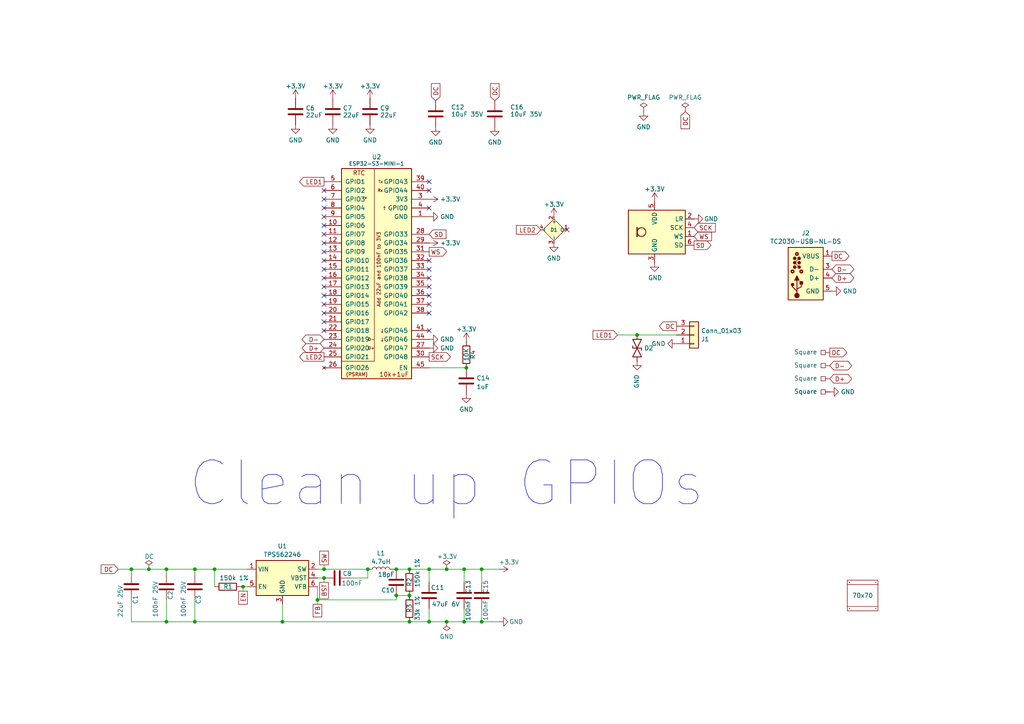
<source format=kicad_sch>
(kicad_sch (version 20250114) (generator "eeschema") (generator_version "9.0")
  (paper "A4")
  (title_block (title "LED driver") (date "${DATE}") (rev "1") (comment 1 "@TheRealRevK") (comment 2 "www.me.uk"))
  (lib_symbols
    (symbol "Connector_Generic:Conn_01x03" (pin_names (offset 1.016) (hide yes))
      (property "Reference" "J" (at 0 5.08 0))
      (property "Value" "Conn_01x03" (at 0 -5.08 0))
      (symbol "Conn_01x03_1_1"
        (rectangle (start -1.27 3.81) (end 1.27 -3.81) (stroke (width 0.254)) (fill (type background)))
        (rectangle (start -1.27 2.667) (end 0 2.413) (stroke (width 0.1524)))
        (rectangle (start -1.27 0.127) (end 0 -0.127) (stroke (width 0.1524)))
        (rectangle (start -1.27 -2.413) (end 0 -2.667) (stroke (width 0.1524)))
        (pin passive line (at -5.08 2.54 0) (length 3.81) (name "Pin_1") (number "1"))
        (pin passive line (at -5.08 0 0) (length 3.81) (name "Pin_2") (number "2"))
        (pin passive line (at -5.08 -2.54 0) (length 3.81) (name "Pin_3") (number "3"))
      )
    )
    (symbol "Device:C" (pin_numbers (hide yes)) (pin_names (offset 0.254))
      (property "Reference" "C" (at 0.635 2.54 0))
      (property "Value" "C" (at 0.635 -2.54 0))
      (symbol "C_0_1"
        (polyline (pts (xy -2.032 0.762) (xy 2.032 0.762)) (stroke (width 0.508)))
        (polyline (pts (xy -2.032 -0.762) (xy 2.032 -0.762)) (stroke (width 0.508)))
      )
      (symbol "C_1_1"
        (pin passive line (at 0 3.81 270) (length 2.794) (name "~") (number "1"))
        (pin passive line (at 0 -3.81 90) (length 2.794) (name "~") (number "2"))
      )
    )
    (symbol "Device:L" (pin_numbers (hide yes)) (pin_names (offset 1.016) (hide yes))
      (property "Reference" "L" (at -1.27 0 90))
      (property "Value" "L" (at 1.905 0 90))
      (symbol "L_0_1"
        (arc (start 0 2.54) (mid 0.6323 1.905) (end 0 1.27))
        (arc (start 0 1.27) (mid 0.6323 0.635) (end 0 0))
        (arc (start 0 0) (mid 0.6323 -0.635) (end 0 -1.27))
        (arc (start 0 -1.27) (mid 0.6323 -1.905) (end 0 -2.54))
      )
      (symbol "L_1_1"
        (pin passive line (at 0 3.81 270) (length 1.27) (name "1") (number "1"))
        (pin passive line (at 0 -3.81 90) (length 1.27) (name "2") (number "2"))
      )
    )
    (symbol "Device:R" (pin_numbers (hide yes)) (pin_names (offset 0))
      (property "Reference" "R" (at 2.032 0 90))
      (property "Value" "R" (at 0 0 90))
      (symbol "R_0_1"
        (rectangle (start -1.016 -2.54) (end 1.016 2.54) (stroke (width 0.254)))
      )
      (symbol "R_1_1"
        (pin passive line (at 0 3.81 270) (length 1.27) (name "~") (number "1"))
        (pin passive line (at 0 -3.81 90) (length 1.27) (name "~") (number "2"))
      )
    )
    (symbol "RevK:ES05D1MC10" (pin_numbers (hide yes))
      (property "Reference" "D" (at 0 2.54 0))
      (symbol "ES05D1MC10_0_1"
        (polyline (pts (xy -2.54 1.27) (xy -2.54 -1.27) (xy 0 0) (xy -2.54 1.27)) (stroke (width 0.254)))
        (polyline (pts (xy 2.54 -1.27) (xy 2.54 1.27) (xy 0 0) (xy 2.54 -1.27)) (stroke (width 0.254)))
      )
      (symbol "ES05D1MC10_1_1"
        (polyline (pts (xy 0.635 1.27) (xy 0 1.27) (xy 0 -1.27) (xy -0.635 -1.27)) (stroke (width 0.254)))
        (pin passive line (at -3.81 0 0) (length 1.27) (name "~") (number "2"))
        (pin passive line (at 3.81 0 180) (length 1.27) (name "~") (number "1"))
      )
    )
    (symbol "RevK:ESP32-S3-MINI-1-N4R2" (pin_names (offset 1.016))
      (property "Reference" "U" (at 9.525 28.575 0))
      (property "Value" "ESP32-S3-MINI-1-N4R2" (at 0 31.115 0))
      (symbol "ESP32-S3-MINI-1-N4R2_0_0"
        (rectangle (start -10.16 30.48) (end 10.16 -30.48) (stroke (width 0.254)) (fill (type background)))
      )
      (symbol "ESP32-S3-MINI-1-N4R2_1_1"
        (polyline (pts (xy -10.16 -25.4) (xy -0.635 -25.4)))
        (polyline (pts (xy -0.635 30.48) (xy -0.635 -25.4)))
        (text "(PSRAM)" (at -5.715 -29.21 0) (effects (font (size 1 1))))
        (text "RTC" (at -5.08 29.21 0) (effects (font (size 1.27 1.27))))
        (text "*" (at -3.175 21.59 0) (effects (font (size 1.27 1.27))))
        (text "D-" (at -2.54 -19.05 0) (effects (font (size 0.8 0.8)) (justify left)))
        (text "D+" (at -2.54 -21.59 0) (effects (font (size 0.8 0.8)) (justify left)))
        (text "Add 22uF and 100nF to 3V3" (at 0.635 1.27 900) (effects (font (size 1 1))))
        (text "Tx" (at 1.905 26.67 0) (effects (font (size 0.8 0.8)) (justify right)))
        (text "Rx" (at 1.905 24.13 0) (effects (font (size 0.8 0.8)) (justify right)))
        (text "↓" (at 2.54 -16.51 0) (effects (font (size 1.27 1.27)) (justify right)))
        (text "↓" (at 2.54 -19.05 0) (effects (font (size 1.27 1.27)) (justify right)))
        (text "↑" (at 3.175 19.05 0) (effects (font (size 1.27 1.27)) (justify right)))
        (text "10k+1uF" (at 5.08 -29.21 0) (effects (font (size 1.27 1.27))))
        (pin passive line (at -15.24 26.67 0) (length 5.08) (name "GPIO1") (number "5"))
        (pin passive line (at -15.24 24.13 0) (length 5.08) (name "GPIO2") (number "6"))
        (pin passive line (at -15.24 21.59 0) (length 5.08) (name "GPIO3") (number "7"))
        (pin passive line (at -15.24 19.05 0) (length 5.08) (name "GPIO4") (number "8"))
        (pin passive line (at -15.24 16.51 0) (length 5.08) (name "GPIO5") (number "9"))
        (pin passive line (at -15.24 13.97 0) (length 5.08) (name "GPIO6") (number "10"))
        (pin passive line (at -15.24 11.43 0) (length 5.08) (name "GPIO7") (number "11"))
        (pin passive line (at -15.24 8.89 0) (length 5.08) (name "GPIO8") (number "12"))
        (pin passive line (at -15.24 6.35 0) (length 5.08) (name "GPIO9") (number "13"))
        (pin passive line (at -15.24 3.81 0) (length 5.08) (name "GPIO10") (number "14"))
        (pin passive line (at -15.24 1.27 0) (length 5.08) (name "GPIO11") (number "15"))
        (pin passive line (at -15.24 -1.27 0) (length 5.08) (name "GPIO12") (number "16"))
        (pin passive line (at -15.24 -3.81 0) (length 5.08) (name "GPIO13") (number "17"))
        (pin passive line (at -15.24 -6.35 0) (length 5.08) (name "GPIO14") (number "18"))
        (pin passive line (at -15.24 -8.89 0) (length 5.08) (name "GPIO15") (number "19"))
        (pin passive line (at -15.24 -11.43 0) (length 5.08) (name "GPIO16") (number "20"))
        (pin passive line (at -15.24 -13.97 0) (length 5.08) (name "GPIO17") (number "21"))
        (pin passive line (at -15.24 -16.51 0) (length 5.08) (name "GPIO18") (number "22"))
        (pin passive line (at -15.24 -19.05 0) (length 5.08) (name "GPIO19") (number "23"))
        (pin passive line (at -15.24 -21.59 0) (length 5.08) (name "GPIO20") (number "24"))
        (pin passive line (at -15.24 -24.13 0) (length 5.08) (name "GPIO21") (number "25"))
        (pin no_connect line (at -15.24 -27.305 0) (length 5.08) (name "GPIO26") (number "26"))
        (pin passive line (at 15.24 26.67 180) (length 5.08) (name "GPIO43") (number "39"))
        (pin passive line (at 15.24 24.13 180) (length 5.08) (name "GPIO44") (number "40"))
        (pin power_in line (at 15.24 21.59 180) (length 5.08) (name "3V3") (number "3"))
        (pin passive line (at 15.24 19.05 180) (length 5.08) (name "GPIO0") (number "4"))
        (pin power_in line (at 15.24 16.51 180) (length 5.08) (name "GND") (number "1"))
        (pin power_in line (at 15.24 16.51 180) (length 5.08) (hide yes) (name "GND") (number "2"))
        (pin power_in line (at 15.24 16.51 180) (length 5.08) (hide yes) (name "GND") (number "42"))
        (pin power_in line (at 15.24 16.51 180) (length 5.08) (hide yes) (name "GND") (number "43"))
        (pin power_in line (at 15.24 16.51 180) (length 5.08) (hide yes) (name "GND") (number "46"))
        (pin power_in line (at 15.24 16.51 180) (length 5.08) (hide yes) (name "GND") (number "47"))
        (pin power_in line (at 15.24 16.51 180) (length 5.08) (hide yes) (name "GND") (number "48"))
        (pin power_in line (at 15.24 16.51 180) (length 5.08) (hide yes) (name "GND") (number "49"))
        (pin power_in line (at 15.24 16.51 180) (length 5.08) (hide yes) (name "GND") (number "50"))
        (pin power_in line (at 15.24 16.51 180) (length 5.08) (hide yes) (name "GND") (number "51"))
        (pin power_in line (at 15.24 16.51 180) (length 5.08) (hide yes) (name "GND") (number "52"))
        (pin power_in line (at 15.24 16.51 180) (length 5.08) (hide yes) (name "GND") (number "53"))
        (pin power_in line (at 15.24 16.51 180) (length 5.08) (hide yes) (name "GND") (number "54"))
        (pin power_in line (at 15.24 16.51 180) (length 5.08) (hide yes) (name "GND") (number "55"))
        (pin power_in line (at 15.24 16.51 180) (length 5.08) (hide yes) (name "GND") (number "56"))
        (pin power_in line (at 15.24 16.51 180) (length 5.08) (hide yes) (name "GND") (number "57"))
        (pin power_in line (at 15.24 16.51 180) (length 5.08) (hide yes) (name "GND") (number "58"))
        (pin power_in line (at 15.24 16.51 180) (length 5.08) (hide yes) (name "GND") (number "59"))
        (pin power_in line (at 15.24 16.51 180) (length 5.08) (hide yes) (name "GND") (number "60"))
        (pin power_in line (at 15.24 16.51 180) (length 5.08) (hide yes) (name "GND") (number "61"))
        (pin power_in line (at 15.24 16.51 180) (length 5.08) (hide yes) (name "GND") (number "62"))
        (pin power_in line (at 15.24 16.51 180) (length 5.08) (hide yes) (name "GND") (number "63"))
        (pin power_in line (at 15.24 16.51 180) (length 5.08) (hide yes) (name "GND") (number "64"))
        (pin power_in line (at 15.24 16.51 180) (length 5.08) (hide yes) (name "GND") (number "65"))
        (pin passive line (at 15.24 11.43 180) (length 5.08) (name "GPIO33") (number "28"))
        (pin passive line (at 15.24 8.89 180) (length 5.08) (name "GPIO34") (number "29"))
        (pin passive line (at 15.24 6.35 180) (length 5.08) (name "GPIO35") (number "31"))
        (pin passive line (at 15.24 3.81 180) (length 5.08) (name "GPIO36") (number "32"))
        (pin passive line (at 15.24 1.27 180) (length 5.08) (name "GPIO37") (number "33"))
        (pin passive line (at 15.24 -1.27 180) (length 5.08) (name "GPIO38") (number "34"))
        (pin passive line (at 15.24 -3.81 180) (length 5.08) (name "GPIO39") (number "35"))
        (pin passive line (at 15.24 -6.35 180) (length 5.08) (name "GPIO40") (number "36"))
        (pin passive line (at 15.24 -8.89 180) (length 5.08) (name "GPIO41") (number "37"))
        (pin passive line (at 15.24 -11.43 180) (length 5.08) (name "GPIO42") (number "38"))
        (pin passive line (at 15.24 -16.51 180) (length 5.08) (name "GPIO45") (number "41"))
        (pin passive line (at 15.24 -19.05 180) (length 5.08) (name "GPIO46") (number "44"))
        (pin passive line (at 15.24 -21.59 180) (length 5.08) (name "GPIO47") (number "27"))
        (pin passive line (at 15.24 -24.13 180) (length 5.08) (name "GPIO48") (number "30"))
        (pin input line (at 15.24 -27.305 180) (length 5.08) (name "EN") (number "45"))
      )
    )
    (symbol "RevK:ICS43434_MEMS_Mic"
      (symbol "ICS43434_MEMS_Mic_1_1"
        (rectangle (start -7.62 6.35) (end 8.89 -6.35) (stroke (width 0.254)) (fill (type background)))
        (polyline (pts (xy -5.08 1.27) (xy -5.08 -1.27)) (stroke (width 0.381)))
        (circle (center -3.81 0) (radius 1.27) (stroke (width 0.254)))
        (pin power_in line (at 0 8.89 270) (length 2.54) (name "VDD") (number "5"))
        (pin power_in line (at 0 -8.89 90) (length 2.54) (name "GND") (number "3"))
        (pin input line (at 11.43 3.81 180) (length 2.54) (name "LR") (number "2"))
        (pin input line (at 11.43 1.27 180) (length 2.54) (name "SCK") (number "4"))
        (pin input line (at 11.43 -1.27 180) (length 2.54) (name "WS") (number "1"))
        (pin output line (at 11.43 -3.81 180) (length 2.54) (name "SD") (number "6"))
      )
    )
    (symbol "RevK:PCB" (in_bom no)
      (property "Value" "XxY" (at 0 0 0))
      (symbol "PCB_0_1"
        (rectangle (start -4.445 4.445) (end 4.445 -4.445))
        (circle (center -3.81 3.81) (radius 0.0001))
        (circle (center -3.81 -3.81) (radius 0.0001))
        (circle (center 3.81 3.81) (radius 0.0001))
        (circle (center 3.81 -3.81) (radius 0.0001))
      )
    )
    (symbol "RevK:SquareSMD" (in_bom no)
      (property "Value" "Square" (at 2.54 0 0))
      (symbol "SquareSMD_0_1"
        (rectangle (start 1.27 0.635) (end 2.54 -0.635) (stroke (width 0.1524)))
      )
      (symbol "SquareSMD_1_1"
        (pin passive line (at 0 0 0) (length 1.27) (name "P") (number "1"))
      )
    )
    (symbol "RevK:TC2030-USB-NL" (pin_names (offset 1.016)) (in_bom no)
      (property "Reference" "J" (at 0 10.922 0))
      (property "Value" "TC2030-USB-NL" (at 0 8.89 0))
      (symbol "TC2030-USB-NL_0_1"
        (rectangle (start -5.08 7.62) (end 5.08 -7.62) (stroke (width 0.254)) (fill (type background)))
        (circle (center -3.81 -3.175) (radius 0.381) (stroke (width 0.254)) (fill (type outline)))
        (circle (center -3.175 4.445) (radius 0.381) (stroke (width 0.254)) (fill (type outline)))
        (circle (center -3.175 3.175) (radius 0.381) (stroke (width 0.254)) (fill (type outline)))
        (circle (center -3.175 1.905) (radius 0.381) (stroke (width 0.254)) (fill (type outline)))
        (polyline (pts (xy -3.175 -1.905) (xy -1.905 -1.905) (xy -2.54 -0.635) (xy -3.175 -1.905)) (stroke (width 0.254)) (fill (type outline)))
        (polyline (pts (xy -2.54 -5.08) (xy -2.54 -4.445) (xy -1.27 -3.81) (xy -1.27 -2.54)) (stroke (width 0.254)))
        (polyline (pts (xy -2.54 -5.715) (xy -2.54 -5.08) (xy -3.81 -3.81) (xy -3.81 -3.175)) (stroke (width 0.254)))
        (circle (center -2.54 -6.35) (radius 0.635) (stroke (width 0.254)) (fill (type outline)))
        (circle (center -1.905 4.445) (radius 0.381) (stroke (width 0.254)) (fill (type outline)))
        (polyline (pts (xy -1.905 4.445) (xy -3.175 3.175) (xy -1.905 1.905)))
        (circle (center -1.905 3.175) (radius 0.381) (stroke (width 0.254)) (fill (type outline)))
        (circle (center -1.905 1.905) (radius 0.381) (stroke (width 0.254)) (fill (type outline)))
        (rectangle (start -1.651 -2.286) (end -0.889 -3.048) (stroke (width 0.254)) (fill (type outline)))
      )
      (symbol "TC2030-USB-NL_1_1"
        (circle (center -3.81 0.635) (radius 0.381) (stroke (width 0.4)))
        (circle (center -2.54 5.715) (radius 0.381) (stroke (width 0.4)))
        (polyline (pts (xy -2.54 -4.445) (xy -2.54 -1.905)) (stroke (width 0.254)))
        (circle (center -1.27 0.635) (radius 0.381) (stroke (width 0.4)))
        (pin passive line (at 7.62 5.08 180) (length 2.54) (name "VBUS") (number "1"))
        (pin passive line (at 7.62 1.27 180) (length 2.54) (hide yes) (name "NC") (number "2"))
        (pin bidirectional line (at 7.62 1.27 180) (length 2.54) (name "D-") (number "3"))
        (pin passive line (at 7.62 1.27 180) (length 2.54) (hide yes) (name "NC") (number "6"))
        (pin bidirectional line (at 7.62 -1.27 180) (length 2.54) (name "D+") (number "4"))
        (pin passive line (at 7.62 -5.08 180) (length 2.54) (name "GND") (number "5"))
      )
    )
    (symbol "RevK:TPS562246"
      (property "Reference" "U" (at -7.62 6.35 0))
      (property "Value" "TPS562246" (at -2.54 6.35 0))
      (symbol "TPS562246_0_1"
        (rectangle (start -7.62 5.08) (end 7.62 -5.08) (stroke (width 0.254)) (fill (type background)))
      )
      (symbol "TPS562246_1_1"
        (pin power_in line (at -10.16 2.54 0) (length 2.54) (name "VIN") (number "1"))
        (pin input line (at -10.16 -2.54 0) (length 2.54) (name "EN") (number "5"))
        (pin power_in line (at 0 -7.62 90) (length 2.54) (name "GND") (number "3"))
        (pin output line (at 10.16 2.54 180) (length 2.54) (name "SW") (number "2"))
        (pin passive line (at 10.16 0 180) (length 2.54) (name "VBST") (number "4"))
        (pin input line (at 10.16 -2.54 180) (length 2.54) (name "VFB") (number "6"))
      )
    )
    (symbol "RevK:VCUT" (in_bom no)
      (symbol "VCUT_0_1"
        (polyline (pts (xy -4.445 0) (xy 4.445 0)))
      )
    )
    (symbol "RevK:WS2812B-1mm" (pin_names (offset 0.254))
      (property "Reference" "D" (at 0 0 0))
      (symbol "WS2812B-1mm_1_1"
        (polyline (pts (xy 0 3.175) (xy 3.175 0) (xy 0 -3.175) (xy -3.175 0) (xy 0 3.175)) (fill (type background)))
        (pin input line (at -3.81 0 0) (length 0.5) (name "I") (number "4"))
        (pin power_in line (at 0 3.81 270) (length 0.5) (name "-") (number "3"))
        (pin power_in line (at 0 -3.81 90) (length 0.5) (name "+") (number "2"))
        (pin output line (at 3.81 0 180) (length 0.5) (name "O") (number "1"))
      )
    )
    (symbol "power:+3.3V" (power) (pin_numbers (hide yes)) (pin_names (offset 0) (hide yes))
      (property "Value" "+3.3V" (at 0 3.556 0))
      (symbol "+3.3V_0_1"
        (polyline (pts (xy -0.762 1.27) (xy 0 2.54)))
        (polyline (pts (xy 0 2.54) (xy 0.762 1.27)))
        (polyline (pts (xy 0 0) (xy 0 2.54)))
      )
      (symbol "+3.3V_1_1"
        (pin power_in line (at 0 0 90) (length 0) (name "~") (number "1"))
      )
    )
    (symbol "power:GND" (power) (pin_numbers (hide yes)) (pin_names (offset 0) (hide yes))
      (property "Value" "GND" (at 0 -3.81 0))
      (symbol "GND_0_1"
        (polyline (pts (xy 0 0) (xy 0 -1.27) (xy 1.27 -1.27) (xy 0 -2.54) (xy -1.27 -1.27) (xy 0 -1.27)))
      )
      (symbol "GND_1_1"
        (pin power_in line (at 0 0 270) (length 0) (name "~") (number "1"))
      )
    )
    (symbol "power:PWR_FLAG" (power) (pin_numbers (hide yes)) (pin_names (offset 0) (hide yes))
      (property "Value" "PWR_FLAG" (at 0 3.81 0))
      (symbol "PWR_FLAG_0_0"
        (pin power_out line (at 0 0 90) (length 0) (name "~") (number "1"))
      )
      (symbol "PWR_FLAG_0_1"
        (polyline (pts (xy 0 0) (xy 0 1.27) (xy -1.016 1.905) (xy 0 2.54) (xy 1.016 1.905) (xy 0 1.27)))
      )
    )
  )
  (text "Clean up GPIOs" (at 129.54 140.462 0) (effects (font (size 12.7 12.7))))
  (junction (at 134.62 180.34))
  (junction (at 38.1 165.1))
  (junction (at 56.515 180.34))
  (junction (at 70.485 170.18))
  (junction (at 81.915 180.34))
  (junction (at 106.68 165.1))
  (junction (at 43.18 165.1))
  (junction (at 93.98 165.1))
  (junction (at 124.46 180.34))
  (junction (at 124.46 165.1))
  (junction (at 139.7 165.1))
  (junction (at 139.7 180.34))
  (junction (at 129.54 165.1))
  (junction (at 134.62 165.1))
  (junction (at 48.26 180.34))
  (junction (at 118.745 165.1))
  (junction (at 114.935 172.72))
  (junction (at 93.98 167.64))
  (junction (at 62.23 165.1))
  (junction (at 114.935 165.1))
  (junction (at 184.785 97.155))
  (junction (at 118.745 172.72))
  (junction (at 48.26 165.1))
  (junction (at 135.255 106.68))
  (junction (at 129.54 180.34))
  (junction (at 92.075 173.99))
  (junction (at 118.745 180.34))
  (junction (at 56.515 165.1))
  (no_connect (at 93.98 73.025))
  (no_connect (at 124.46 52.705))
  (no_connect (at 93.98 80.645))
  (no_connect (at 93.98 65.405))
  (no_connect (at 124.46 75.565))
  (no_connect (at 93.98 95.885))
  (no_connect (at 93.98 60.325))
  (no_connect (at 93.98 57.785))
  (no_connect (at 124.46 90.805))
  (no_connect (at 93.98 88.265))
  (no_connect (at 124.46 83.185))
  (no_connect (at 93.98 55.245))
  (no_connect (at 124.46 95.885))
  (no_connect (at 124.46 85.725))
  (no_connect (at 124.46 88.265))
  (no_connect (at 93.98 83.185))
  (no_connect (at 93.98 85.725))
  (no_connect (at 164.465 66.675))
  (no_connect (at 124.46 78.105))
  (no_connect (at 124.46 80.645))
  (no_connect (at 93.98 75.565))
  (no_connect (at 93.98 67.945))
  (no_connect (at 93.98 93.345))
  (no_connect (at 93.98 78.105))
  (no_connect (at 93.98 70.485))
  (no_connect (at 124.46 60.325))
  (no_connect (at 124.46 55.245))
  (no_connect (at 93.98 62.865))
  (no_connect (at 93.98 90.805))
  (wire (pts (xy 93.98 163.83) (xy 93.98 165.1)))
  (wire (pts (xy 92.075 173.99) (xy 92.075 175.26)))
  (wire (pts (xy 48.26 180.34) (xy 38.1 180.34)))
  (wire (pts (xy 114.3 165.1) (xy 114.935 165.1)))
  (wire (pts (xy 139.7 176.53) (xy 139.7 180.34)))
  (wire (pts (xy 81.915 180.34) (xy 118.745 180.34)))
  (wire (pts (xy 106.68 167.64) (xy 101.6 167.64)))
  (wire (pts (xy 92.075 170.18) (xy 92.075 173.99)))
  (wire (pts (xy 38.1 180.34) (xy 38.1 173.99)))
  (wire (pts (xy 62.23 165.1) (xy 71.755 165.1)))
  (wire (pts (xy 124.46 106.68) (xy 135.255 106.68)))
  (wire (pts (xy 70.485 170.18) (xy 71.755 170.18)))
  (wire (pts (xy 69.85 170.18) (xy 70.485 170.18)))
  (wire (pts (xy 134.62 180.34) (xy 129.54 180.34)))
  (wire (pts (xy 93.98 165.1) (xy 106.68 165.1)))
  (wire (pts (xy 70.485 171.45) (xy 70.485 170.18)))
  (wire (pts (xy 139.7 180.34) (xy 144.78 180.34)))
  (wire (pts (xy 92.075 165.1) (xy 93.98 165.1)))
  (wire (pts (xy 124.46 165.1) (xy 129.54 165.1)))
  (wire (pts (xy 118.745 165.1) (xy 124.46 165.1)))
  (wire (pts (xy 92.075 173.99) (xy 114.935 173.99)))
  (wire (pts (xy 139.7 180.34) (xy 134.62 180.34)))
  (wire (pts (xy 129.54 165.1) (xy 134.62 165.1)))
  (wire (pts (xy 34.29 165.1) (xy 38.1 165.1)))
  (wire (pts (xy 38.1 165.1) (xy 43.18 165.1)))
  (wire (pts (xy 184.785 97.155) (xy 196.215 97.155)))
  (wire (pts (xy 114.935 165.1) (xy 118.745 165.1)))
  (wire (pts (xy 38.1 165.1) (xy 38.1 166.37)))
  (wire (pts (xy 48.26 165.1) (xy 56.515 165.1)))
  (wire (pts (xy 114.935 172.72) (xy 118.745 172.72)))
  (wire (pts (xy 56.515 173.99) (xy 56.515 180.34)))
  (wire (pts (xy 81.915 180.34) (xy 81.915 175.26)))
  (wire (pts (xy 129.54 180.34) (xy 124.46 180.34)))
  (wire (pts (xy 179.07 97.155) (xy 184.785 97.155)))
  (wire (pts (xy 134.62 165.1) (xy 134.62 168.91)))
  (wire (pts (xy 48.26 173.99) (xy 48.26 180.34)))
  (wire (pts (xy 93.98 167.64) (xy 93.98 168.91)))
  (wire (pts (xy 139.7 165.1) (xy 139.7 168.91)))
  (wire (pts (xy 134.62 176.53) (xy 134.62 180.34)))
  (wire (pts (xy 114.935 173.99) (xy 114.935 172.72)))
  (wire (pts (xy 139.7 165.1) (xy 144.78 165.1)))
  (wire (pts (xy 124.46 180.34) (xy 124.46 176.53)))
  (wire (pts (xy 56.515 180.34) (xy 48.26 180.34)))
  (wire (pts (xy 43.18 165.1) (xy 48.26 165.1)))
  (wire (pts (xy 118.745 180.34) (xy 124.46 180.34)))
  (wire (pts (xy 56.515 165.1) (xy 62.23 165.1)))
  (wire (pts (xy 92.075 167.64) (xy 93.98 167.64)))
  (wire (pts (xy 134.62 165.1) (xy 139.7 165.1)))
  (wire (pts (xy 124.46 165.1) (xy 124.46 168.91)))
  (wire (pts (xy 106.68 165.1) (xy 106.68 167.64)))
  (wire (pts (xy 48.26 165.1) (xy 48.26 166.37)))
  (wire (pts (xy 81.915 180.34) (xy 56.515 180.34)))
  (wire (pts (xy 62.23 165.1) (xy 62.23 170.18)))
  (wire (pts (xy 56.515 165.1) (xy 56.515 166.37)))
  (global_label "D+" (shape bidirectional) (at 240.665 109.855 0) (property "Intersheetrefs" "${INTERSHEET_REFS}" (effects (hide yes))))
  (global_label "EN" (shape passive) (at 70.485 171.45 270) (property "Intersheetrefs" "${INTERSHEET_REFS}" (effects (hide yes))))
  (global_label "BST" (shape passive) (at 93.98 168.91 270) (property "Intersheetrefs" "${INTERSHEET_REFS}" (effects (hide yes))))
  (global_label "D-" (shape bidirectional) (at 240.665 106.045 0) (property "Intersheetrefs" "${INTERSHEET_REFS}" (effects (hide yes))))
  (global_label "WS" (shape output) (at 124.46 73.025 0) (property "Intersheetrefs" "${INTERSHEET_REFS}" (effects (hide yes))))
  (global_label "D+" (shape bidirectional) (at 241.3 80.645 0) (property "Intersheetrefs" "${INTERSHEET_REFS}" (effects (hide yes))))
  (global_label "SW" (shape passive) (at 93.98 163.83 90) (property "Intersheetrefs" "${INTERSHEET_REFS}" (effects (hide yes))))
  (global_label "DC" (shape output) (at 241.3 74.295 0) (property "Intersheetrefs" "${INTERSHEET_REFS}" (effects (hide yes))))
  (global_label "SD" (shape output) (at 201.295 71.12 0) (property "Intersheetrefs" "${INTERSHEET_REFS}" (effects (hide yes))))
  (global_label "D+" (shape bidirectional) (at 93.98 100.965 180) (property "Intersheetrefs" "${INTERSHEET_REFS}" (effects (hide yes))))
  (global_label "DC" (shape input) (at 126.365 29.21 90) (property "Intersheetrefs" "${INTERSHEET_REFS}" (effects (hide yes))))
  (global_label "DC" (shape input) (at 34.29 165.1 180) (property "Intersheetrefs" "${INTERSHEET_REFS}" (effects (hide yes))))
  (global_label "SD" (shape input) (at 124.46 67.945 0) (property "Intersheetrefs" "${INTERSHEET_REFS}" (effects (hide yes))))
  (global_label "DC" (shape input) (at 143.51 29.21 90) (property "Intersheetrefs" "${INTERSHEET_REFS}" (effects (hide yes))))
  (global_label "LED1" (shape output) (at 93.98 52.705 180) (property "Intersheetrefs" "${INTERSHEET_REFS}" (effects (hide yes))))
  (global_label "DC" (shape output) (at 240.665 102.235 0) (property "Intersheetrefs" "${INTERSHEET_REFS}" (effects (hide yes))))
  (global_label "DC" (shape output) (at 196.215 94.615 180) (property "Intersheetrefs" "${INTERSHEET_REFS}" (effects (hide yes))))
  (global_label "SCK" (shape input) (at 201.295 66.04 0) (property "Intersheetrefs" "${INTERSHEET_REFS}" (effects (hide yes))))
  (global_label "D-" (shape bidirectional) (at 93.98 98.425 180) (property "Intersheetrefs" "${INTERSHEET_REFS}" (effects (hide yes))))
  (global_label "DC" (shape input) (at 198.755 32.385 270) (property "Intersheetrefs" "${INTERSHEET_REFS}" (effects (hide yes))))
  (global_label "FB" (shape passive) (at 92.075 175.26 270) (property "Intersheetrefs" "${INTERSHEET_REFS}" (effects (hide yes))))
  (global_label "WS" (shape input) (at 201.295 68.58 0) (property "Intersheetrefs" "${INTERSHEET_REFS}" (effects (hide yes))))
  (global_label "D-" (shape bidirectional) (at 241.3 78.105 0) (property "Intersheetrefs" "${INTERSHEET_REFS}" (effects (hide yes))))
  (global_label "LED2" (shape input) (at 156.845 66.675 180) (property "Intersheetrefs" "${INTERSHEET_REFS}" (effects (hide yes))))
  (global_label "LED2" (shape output) (at 93.98 103.505 180) (property "Intersheetrefs" "${INTERSHEET_REFS}" (effects (hide yes))))
  (global_label "SCK" (shape output) (at 124.46 103.505 0) (property "Intersheetrefs" "${INTERSHEET_REFS}" (effects (hide yes))))
  (global_label "LED1" (shape input) (at 179.07 97.155 180) (property "Intersheetrefs" "${INTERSHEET_REFS}" (effects (hide yes))))
  (symbol (lib_id "power:+3.3V") (at 96.52 28.575 0) (unit 1)
    (property "Reference" "#PWR07" (effects (hide yes)))
    (property "Value" "+3.3V" (at 96.52 24.9992 0))
    (property "Description" "Power symbol creates a global label with name \"+3.3V\"" (effects (hide yes)))
  )
  (symbol (lib_id "power:GND") (at 96.52 36.195 0) (unit 1)
    (property "Reference" "#PWR08" (effects (hide yes)))
    (property "Value" "GND" (at 96.52 40.6384 0))
    (property "Description" "Power symbol creates a global label with name \"GND\" , ground" (effects (hide yes)))
  )
  (symbol (lib_id "power:GND") (at 124.46 98.425 90) (unit 1)
    (property "Reference" "#PWR014" (effects (hide yes)))
    (property "Value" "GND" (at 127.635 98.425 90) (effects (justify right)))
    (property "Description" "Power symbol creates a global label with name \"GND\" , ground" (effects (hide yes)))
  )
  (symbol (lib_id "RevK:TPS562246") (at 81.915 167.64 0) (unit 1)
    (property "Reference" "U1" (at 81.915 158.4155 0))
    (property "Value" "TPS562246" (at 81.915 160.8398 0))
    (property "Footprint" "RevK:SOT-563" (effects (hide yes)))
    (property "Datasheet" "https://www.ti.com/lit/ds/symlink/tps562246.pdf" (effects (hide yes)))
    (property "Description" "2A Synchronous Step-Down Voltage Regulator 580kHz, adjustable output voltage, 4.5-17V Input Voltage, 0.804V-7V Output Voltage, SOT-563" (effects (hide yes)))
    (property "MPN" "C41833479" (effects (hide yes)))
    (property "Rotation Offset" "180" (effects (hide yes)))
  )
  (symbol (lib_id "RevK:SquareSMD") (at 240.665 102.235 180) (unit 1) (in_bom no)
    (property "Reference" "P1" (effects (hide yes)))
    (property "Value" "Square" (at 233.68 102.108 0))
    (property "Footprint" "RevK:PAD-2mm" (effects (hide yes)))
  )
  (symbol (lib_id "power:PWR_FLAG") (at 43.18 165.1 0) (unit 1)
    (property "Reference" "#FLG01" (effects (hide yes)))
    (property "Value" "DC" (at 43.307 161.417 0))
    (property "Description" "Special symbol for telling ERC where power comes from" (effects (hide yes)))
  )
  (symbol (lib_id "Device:R") (at 118.745 168.91 0) (unit 1)
    (property "Reference" "R2" (at 118.745 170.18 90) (effects (justify left)))
    (property "Value" "150k 1%" (at 121.031 170.434 90) (effects (justify left)))
    (property "Footprint" "RevK:R_0201" (effects (hide yes)))
    (property "Description" "Resistor" (effects (hide yes)))
    (property "MPN" "C310173" (effects (hide yes)))
  )
  (symbol (lib_id "Device:C") (at 96.52 32.385 0) (unit 1)
    (property "Reference" "C7" (at 99.441 31.361 0) (effects (justify left)))
    (property "Value" "22uF" (at 99.441 33.409 0) (effects (justify left)))
    (property "Footprint" "RevK:C_0402" (effects (hide yes)))
    (property "Description" "Unpolarized capacitor" (effects (hide yes)))
  )
  (symbol (lib_id "power:GND") (at 186.69 32.385 0) (unit 1)
    (property "Reference" "#PWR025" (effects (hide yes)))
    (property "Value" "GND" (at 186.69 36.8284 0))
    (property "Description" "Power symbol creates a global label with name \"GND\" , ground" (effects (hide yes)))
  )
  (symbol (lib_id "power:GND") (at 107.315 36.195 0) (unit 1)
    (property "Reference" "#PWR010" (effects (hide yes)))
    (property "Value" "GND" (at 107.315 40.6384 0))
    (property "Description" "Power symbol creates a global label with name \"GND\" , ground" (effects (hide yes)))
  )
  (symbol (lib_id "power:GND") (at 240.665 113.665 90) (unit 1)
    (property "Reference" "#PWR030" (effects (hide yes)))
    (property "Value" "GND" (at 243.84 113.665 90) (effects (justify right)))
    (property "Description" "Power symbol creates a global label with name \"GND\" , ground" (effects (hide yes)))
  )
  (symbol (lib_id "power:+3.3V") (at 135.255 99.06 0) (unit 1)
    (property "Reference" "#PWR017" (effects (hide yes)))
    (property "Value" "+3.3V" (at 135.255 95.4842 0))
    (property "Description" "Power symbol creates a global label with name \"+3.3V\"" (effects (hide yes)))
  )
  (symbol (lib_id "RevK:WS2812B-1mm") (at 160.655 66.675 0) (mirror x) (unit 1)
    (property "Reference" "D1" (at 160.655 66.675 0) (effects (font (size 1 1))))
    (property "Value" "XL-1010RGBC-WS2812B" (effects (hide yes)))
    (property "Footprint" "RevK:SMD1010" (effects (hide yes)))
    (property "Datasheet" "https://datasheet.lcsc.com/lcsc/2301111010_XINGLIGHT-XL-1010RGBC-WS2812B_C5349953.pdf" (effects (hide yes)))
    (property "Description" "RGB LED with integrated controller" (effects (hide yes)))
    (property "MPN" "C5349953" (effects (hide yes)))
  )
  (symbol (lib_id "Device:C") (at 85.725 32.385 0) (unit 1)
    (property "Reference" "C6" (at 88.646 31.361 0) (effects (justify left)))
    (property "Value" "22uF" (at 88.646 33.409 0) (effects (justify left)))
    (property "Footprint" "RevK:C_0402" (effects (hide yes)))
    (property "Description" "Unpolarized capacitor" (effects (hide yes)))
  )
  (symbol (lib_id "Device:C") (at 107.315 32.385 0) (unit 1)
    (property "Reference" "C9" (at 110.236 31.361 0) (effects (justify left)))
    (property "Value" "22uF" (at 110.236 33.409 0) (effects (justify left)))
    (property "Footprint" "RevK:C_0402" (effects (hide yes)))
    (property "Description" "Unpolarized capacitor" (effects (hide yes)))
  )
  (symbol (lib_id "Device:C") (at 56.515 170.18 0) (unit 1)
    (property "Reference" "C3" (at 57.531 175.26 90) (effects (justify left)))
    (property "Value" "100nF 25V" (at 53.213 179.07 90) (effects (justify left)))
    (property "Footprint" "RevK:C_0402" (effects (hide yes)))
    (property "Description" "Unpolarized capacitor" (effects (hide yes)))
    (property "MPN" "C56392" (effects (hide yes)))
  )
  (symbol (lib_id "Device:R") (at 66.04 170.18 270) (unit 1)
    (property "Reference" "R1" (at 64.77 170.18 90) (effects (justify left)))
    (property "Value" "150k 1%" (at 63.627 167.64 90) (effects (justify left)))
    (property "Footprint" "RevK:R_0201" (effects (hide yes)))
    (property "Description" "Resistor" (effects (hide yes)))
    (property "MPN" "C310173" (effects (hide yes)))
  )
  (symbol (lib_id "power:GND") (at 196.215 99.695 270) (unit 1)
    (property "Reference" "#PWR028" (effects (hide yes)))
    (property "Value" "GND" (at 193.0401 99.695 90) (effects (justify right)))
    (property "Description" "Power symbol creates a global label with name \"GND\" , ground" (effects (hide yes)))
  )
  (symbol (lib_id "Device:C") (at 134.62 172.72 180) (unit 1)
    (property "Reference" "C13" (at 135.763 170.18 90))
    (property "Value" "100nF" (at 135.763 177.038 90))
    (property "Footprint" "RevK:C_0201" (effects (hide yes)))
    (property "Description" "Unpolarized capacitor" (effects (hide yes)))
    (property "MPN" "C76934" (effects (hide yes)))
  )
  (symbol (lib_id "RevK:VCUT") (at 250.19 175.895 0) (unit 1) (exclude_from_sim yes) (in_bom no)
    (property "Reference" "V2" (effects (hide yes)))
    (property "Value" "70" (effects (hide yes)))
    (property "Footprint" "RevK:VCUT70N" (effects (hide yes)))
  )
  (symbol (lib_id "Device:C") (at 48.26 170.18 0) (unit 1)
    (property "Reference" "C2" (at 49.403 173.99 90) (effects (justify left)))
    (property "Value" "100nF 25V" (at 45.085 179.07 90) (effects (justify left)))
    (property "Footprint" "RevK:C_0402" (effects (hide yes)))
    (property "Description" "Unpolarized capacitor" (effects (hide yes)))
    (property "MPN" "C56392" (effects (hide yes)))
  )
  (symbol (lib_id "Device:C") (at 126.365 33.02 0) (unit 1)
    (property "Reference" "C12" (at 130.81 31.099 0) (effects (justify left)))
    (property "Value" "10uF 35V" (at 130.81 33.147 0) (effects (justify left)))
    (property "Footprint" "RevK:C_0603" (effects (hide yes)))
    (property "Description" "Unpolarized capacitor" (effects (hide yes)))
    (property "MPN" "C194427" (effects (hide yes)))
  )
  (symbol (lib_id "power:+3.3V") (at 85.725 28.575 0) (unit 1)
    (property "Reference" "#PWR05" (effects (hide yes)))
    (property "Value" "+3.3V" (at 85.725 24.9992 0))
    (property "Description" "Power symbol creates a global label with name \"+3.3V\"" (effects (hide yes)))
  )
  (symbol (lib_id "power:GND") (at 201.295 63.5 90) (unit 1)
    (property "Reference" "#PWR029" (effects (hide yes)))
    (property "Value" "GND" (at 206.248 63.5 90))
    (property "Description" "Power symbol creates a global label with name \"GND\" , ground" (effects (hide yes)))
  )
  (symbol (lib_id "Device:R") (at 118.745 176.53 0) (unit 1)
    (property "Reference" "R3" (at 118.745 177.8 90) (effects (justify left)))
    (property "Value" "33k 1%" (at 121.031 180.086 90) (effects (justify left)))
    (property "Footprint" "RevK:R_0201" (effects (hide yes)))
    (property "Description" "Resistor" (effects (hide yes)))
    (property "MPN" "C320835" (effects (hide yes)))
  )
  (symbol (lib_id "RevK:TC2030-USB-NL") (at 233.68 79.375 0) (unit 1) (in_bom no)
    (property "Reference" "J2" (at 233.68 67.6105 0))
    (property "Value" "TC2030-USB-NL-DS" (at 233.68 70.0348 0))
    (property "Footprint" "RevK:Tag-Connect_TC2030-IDC-NL_2x03_P1.27mm_Vertical" (effects (hide yes)))
    (property "Description" "TC2030-USB-NL" (effects (hide yes)))
  )
  (symbol (lib_id "RevK:ICS43434_MEMS_Mic") (at 189.865 67.31 0) (unit 1)
    (property "Reference" "U3" (effects (hide yes)))
    (property "Value" "ICS43434_MEMS_Mic" (effects (hide yes)))
    (property "Footprint" "RevK:ICS43434_MEMS_Mic_Open" (effects (hide yes)))
    (property "Datasheet" "https://www.lcsc.com/datasheet/lcsc_datasheet_2312010321_TDK-InvenSense-ICS-43434_C5656610.pdf" (effects (hide yes)))
    (property "Description" "I2S Microphone" (effects (hide yes)))
    (property "MPN" "C5656610" (effects (hide yes)))
  )
  (symbol (lib_id "Device:L") (at 110.49 165.1 90) (unit 1)
    (property "Reference" "L1" (at 110.49 160.4502 90))
    (property "Value" "4.7uH" (at 110.49 162.8745 90))
    (property "Footprint" "RevK:L_5x5" (effects (hide yes)))
    (property "Description" "Inductor" (effects (hide yes)))
    (property "MPN" "C307876" (effects (hide yes)))
  )
  (symbol (lib_id "power:GND") (at 184.785 104.775 0) (unit 1)
    (property "Reference" "#PWR024" (effects (hide yes)))
    (property "Value" "GND" (at 184.658 108.585 90) (effects (justify right)))
    (property "Description" "Power symbol creates a global label with name \"GND\" , ground" (effects (hide yes)))
  )
  (symbol (lib_id "Device:C") (at 135.255 110.49 0) (unit 1)
    (property "Reference" "C14" (at 138.176 109.6553 0) (effects (justify left)))
    (property "Value" "1uF" (at 138.176 112.1922 0) (effects (justify left)))
    (property "Footprint" "RevK:C_0201" (effects (hide yes)))
    (property "Description" "Unpolarized capacitor" (effects (hide yes)))
  )
  (symbol (lib_id "power:GND") (at 241.3 84.455 90) (unit 1)
    (property "Reference" "#PWR031" (effects (hide yes)))
    (property "Value" "GND" (at 244.475 84.455 90) (effects (justify right)))
    (property "Description" "Power symbol creates a global label with name \"GND\" , ground" (effects (hide yes)))
  )
  (symbol (lib_id "power:GND") (at 189.865 76.2 0) (unit 1)
    (property "Reference" "#PWR027" (effects (hide yes)))
    (property "Value" "GND" (at 189.992 80.5942 0))
    (property "Description" "Power symbol creates a global label with name \"GND\" , ground" (effects (hide yes)))
  )
  (symbol (lib_id "power:+3.3V") (at 144.78 165.1 270) (unit 1)
    (property "Reference" "#PWR020" (effects (hide yes)))
    (property "Value" "+3.3V" (at 144.653 163.068 90) (effects (justify left)))
    (property "Description" "Power symbol creates a global label with name \"+3.3V\"" (effects (hide yes)))
  )
  (symbol (lib_id "power:+3.3V") (at 107.315 28.575 0) (unit 1)
    (property "Reference" "#PWR09" (effects (hide yes)))
    (property "Value" "+3.3V" (at 107.315 24.9992 0))
    (property "Description" "Power symbol creates a global label with name \"+3.3V\"" (effects (hide yes)))
  )
  (symbol (lib_id "power:+3.3V") (at 189.865 58.42 0) (unit 1)
    (property "Reference" "#PWR026" (effects (hide yes)))
    (property "Value" "+3.3V" (at 189.865 54.8442 0))
    (property "Description" "Power symbol creates a global label with name \"+3.3V\"" (effects (hide yes)))
  )
  (symbol (lib_id "RevK:VCUT") (at 250.19 169.545 0) (unit 1) (exclude_from_sim yes) (in_bom no)
    (property "Reference" "V1" (effects (hide yes)))
    (property "Value" "70" (effects (hide yes)))
    (property "Footprint" "RevK:VCUT70N" (effects (hide yes)))
  )
  (symbol (lib_id "power:+3.3V") (at 124.46 70.485 270) (unit 1)
    (property "Reference" "#PWR013" (effects (hide yes)))
    (property "Value" "+3.3V" (at 127.635 70.485 90) (effects (justify left)))
    (property "Description" "Power symbol creates a global label with name \"+3.3V\"" (effects (hide yes)))
  )
  (symbol (lib_id "RevK:ES05D1MC10") (at 184.785 100.965 270) (unit 1)
    (property "Reference" "D2" (at 186.817 100.965 90) (effects (justify left)))
    (property "Value" "~" (at 184.785 100.965 0))
    (property "Footprint" "RevK:DFN1006-2L" (effects (hide yes)))
    (property "MPN" "C5137770" (effects (hide yes)))
  )
  (symbol (lib_id "power:PWR_FLAG") (at 186.69 32.385 0) (unit 1)
    (property "Reference" "#FLG04" (effects (hide yes)))
    (property "Value" "PWR_FLAG" (at 186.69 28.2519 0))
    (property "Description" "Special symbol for telling ERC where power comes from" (effects (hide yes)))
  )
  (symbol (lib_id "RevK:PCB") (at 250.19 172.72 0) (unit 1) (in_bom no)
    (property "Reference" "PCB1" (effects (hide yes)))
    (property "Value" "70x70" (at 250.19 172.72 0))
    (property "Footprint" "RevK:PCB7070" (effects (hide yes)))
  )
  (symbol (lib_id "RevK:SquareSMD") (at 240.665 106.045 180) (unit 1) (in_bom no)
    (property "Reference" "P2" (effects (hide yes)))
    (property "Value" "Square" (at 233.68 105.918 0))
    (property "Footprint" "RevK:PAD-2mm" (effects (hide yes)))
  )
  (symbol (lib_id "Device:C") (at 139.7 172.72 180) (unit 1)
    (property "Reference" "C15" (at 140.843 170.18 90))
    (property "Value" "100nF" (at 140.843 177.038 90))
    (property "Footprint" "RevK:C_0201" (effects (hide yes)))
    (property "Description" "Unpolarized capacitor" (effects (hide yes)))
    (property "MPN" "C76934" (effects (hide yes)))
  )
  (symbol (lib_id "power:GND") (at 85.725 36.195 0) (unit 1)
    (property "Reference" "#PWR06" (effects (hide yes)))
    (property "Value" "GND" (at 85.725 40.6384 0))
    (property "Description" "Power symbol creates a global label with name \"GND\" , ground" (effects (hide yes)))
  )
  (symbol (lib_id "power:GND") (at 160.655 70.485 0) (unit 1)
    (property "Reference" "#PWR023" (effects (hide yes)))
    (property "Value" "GND" (at 160.655 74.9284 0))
    (property "Description" "Power symbol creates a global label with name \"GND\" , ground" (effects (hide yes)))
  )
  (symbol (lib_id "Device:C") (at 124.46 172.72 0) (unit 1)
    (property "Reference" "C11" (at 124.968 170.434 0) (effects (justify left)))
    (property "Value" "47uF 6V" (at 125.222 175.26 0) (effects (justify left)))
    (property "Footprint" "RevK:C_0805" (effects (hide yes)))
    (property "Description" "Unpolarized capacitor" (effects (hide yes)))
    (property "MPN" "C16780" (effects (hide yes)))
  )
  (symbol (lib_id "power:GND") (at 135.255 114.3 0) (unit 1)
    (property "Reference" "#PWR018" (effects (hide yes)))
    (property "Value" "GND" (at 135.255 118.7434 0))
    (property "Description" "Power symbol creates a global label with name \"GND\" , ground" (effects (hide yes)))
  )
  (symbol (lib_id "Device:C") (at 114.935 168.91 180) (unit 1)
    (property "Reference" "C10" (at 112.522 171.196 0))
    (property "Value" "18pF" (at 112.014 166.624 0))
    (property "Footprint" "RevK:C_0201" (effects (hide yes)))
    (property "Description" "Unpolarized capacitor" (effects (hide yes)))
    (property "MPN" "C62164" (effects (hide yes)))
  )
  (symbol (lib_id "power:PWR_FLAG") (at 129.54 165.1 0) (unit 1)
    (property "Reference" "#FLG02" (effects (hide yes)))
    (property "Value" "+3.3V" (at 129.667 161.417 0))
    (property "Description" "Special symbol for telling ERC where power comes from" (effects (hide yes)))
  )
  (symbol (lib_id "power:+3.3V") (at 160.655 62.865 0) (unit 1)
    (property "Reference" "#PWR022" (effects (hide yes)))
    (property "Value" "+3.3V" (at 160.655 59.2892 0))
    (property "Description" "Power symbol creates a global label with name \"+3.3V\"" (effects (hide yes)))
  )
  (symbol (lib_id "power:GND") (at 144.78 180.34 90) (unit 1)
    (property "Reference" "#PWR021" (effects (hide yes)))
    (property "Value" "GND" (at 151.765 180.34 90) (effects (justify left)))
    (property "Description" "Power symbol creates a global label with name \"GND\" , ground" (effects (hide yes)))
  )
  (symbol (lib_id "power:GND") (at 124.46 62.865 90) (unit 1)
    (property "Reference" "#PWR012" (effects (hide yes)))
    (property "Value" "GND" (at 127.635 62.865 90) (effects (justify right)))
    (property "Description" "Power symbol creates a global label with name \"GND\" , ground" (effects (hide yes)))
  )
  (symbol (lib_id "RevK:ESP32-S3-MINI-1-N4R2") (at 109.22 79.375 0) (unit 1)
    (property "Reference" "U2" (at 109.22 45.5382 0))
    (property "Value" "ESP32-S3-MINI-1" (at 109.22 47.4746 0) (effects (font (size 1.1 1.1))))
    (property "Footprint" "RevK:ESP32-S3-MINI-1" (effects (hide yes)))
    (property "Datasheet" "https://www.espressif.com/sites/default/files/documentation/esp32-s3-mini-1_mini-1u_datasheet_en.pdf" (effects (hide yes)))
    (property "MPN" "C3013941" (effects (hide yes)))
  )
  (symbol (lib_id "Connector_Generic:Conn_01x03") (at 201.295 97.155 0) (mirror x) (unit 1)
    (property "Reference" "J1" (at 203.327 98.3672 0) (effects (justify left)))
    (property "Value" "Conn_01x03" (at 203.327 95.9429 0) (effects (justify left)))
    (property "Footprint" "RevK:WAGO-2060-453-998-404-O" (effects (hide yes)))
    (property "Description" "Generic connector, single row, 01x03, script generated (kicad-library-utils/schlib/autogen/connector/)" (effects (hide yes)))
    (property "MPN" "C2765056" (effects (hide yes)))
  )
  (symbol (lib_id "power:+3.3V") (at 124.46 57.785 270) (unit 1)
    (property "Reference" "#PWR011" (effects (hide yes)))
    (property "Value" "+3.3V" (at 127.635 57.785 90) (effects (justify left)))
    (property "Description" "Power symbol creates a global label with name \"+3.3V\"" (effects (hide yes)))
  )
  (symbol (lib_id "Device:R") (at 135.255 102.87 0) (unit 1)
    (property "Reference" "R4" (at 137.16 102.87 90))
    (property "Value" "10K" (at 135.255 102.87 90))
    (property "Footprint" "RevK:R_0201" (effects (hide yes)))
    (property "Description" "Resistor" (effects (hide yes)))
    (property "MPN" "C473048" (effects (hide yes)))
  )
  (symbol (lib_id "Device:C") (at 38.1 170.18 0) (unit 1)
    (property "Reference" "C1" (at 39.243 175.26 90) (effects (justify left)))
    (property "Value" "22uF 25V" (at 34.925 179.07 90) (effects (justify left)))
    (property "Footprint" "RevK:C_0805" (effects (hide yes)))
    (property "Description" "Unpolarized capacitor" (effects (hide yes)))
    (property "MPN" "C45783" (effects (hide yes)))
  )
  (symbol (lib_id "power:GND") (at 126.365 36.83 0) (unit 1)
    (property "Reference" "#PWR016" (effects (hide yes)))
    (property "Value" "GND" (at 126.365 41.2734 0))
    (property "Description" "Power symbol creates a global label with name \"GND\" , ground" (effects (hide yes)))
  )
  (symbol (lib_id "RevK:SquareSMD") (at 240.665 109.855 180) (unit 1) (in_bom no)
    (property "Reference" "P3" (effects (hide yes)))
    (property "Value" "Square" (at 233.68 109.728 0))
    (property "Footprint" "RevK:PAD-2mm" (effects (hide yes)))
  )
  (symbol (lib_id "power:GND") (at 143.51 36.83 0) (unit 1)
    (property "Reference" "#PWR019" (effects (hide yes)))
    (property "Value" "GND" (at 143.51 41.2734 0))
    (property "Description" "Power symbol creates a global label with name \"GND\" , ground" (effects (hide yes)))
  )
  (symbol (lib_id "power:PWR_FLAG") (at 198.755 32.385 0) (unit 1)
    (property "Reference" "#FLG05" (effects (hide yes)))
    (property "Value" "PWR_FLAG" (at 198.755 28.2519 0))
    (property "Description" "Special symbol for telling ERC where power comes from" (effects (hide yes)))
  )
  (symbol (lib_id "power:PWR_FLAG") (at 129.54 180.34 180) (unit 1)
    (property "Reference" "#FLG03" (effects (hide yes)))
    (property "Value" "GND" (at 129.54 184.658 0))
    (property "Description" "Special symbol for telling ERC where power comes from" (effects (hide yes)))
  )
  (symbol (lib_id "Device:C") (at 97.79 167.64 90) (unit 1)
    (property "Reference" "C8" (at 100.711 166.37 90))
    (property "Value" "100nF" (at 102.108 169.164 90))
    (property "Footprint" "RevK:C_0201" (effects (hide yes)))
    (property "Description" "Unpolarized capacitor" (effects (hide yes)))
    (property "MPN" "C76934" (effects (hide yes)))
  )
  (symbol (lib_id "Device:C") (at 143.51 33.02 0) (unit 1)
    (property "Reference" "C16" (at 147.955 31.099 0) (effects (justify left)))
    (property "Value" "10uF 35V" (at 147.955 33.147 0) (effects (justify left)))
    (property "Footprint" "RevK:C_0603" (effects (hide yes)))
    (property "Description" "Unpolarized capacitor" (effects (hide yes)))
    (property "MPN" "C194427" (effects (hide yes)))
  )
  (symbol (lib_id "power:GND") (at 124.46 100.965 90) (unit 1)
    (property "Reference" "#PWR015" (effects (hide yes)))
    (property "Value" "GND" (at 127.635 100.965 90) (effects (justify right)))
    (property "Description" "Power symbol creates a global label with name \"GND\" , ground" (effects (hide yes)))
  )
  (symbol (lib_id "RevK:SquareSMD") (at 240.665 113.665 180) (unit 1) (in_bom no)
    (property "Reference" "P4" (effects (hide yes)))
    (property "Value" "Square" (at 233.68 113.538 0))
    (property "Footprint" "RevK:PAD-2mm" (effects (hide yes)))
  )
)
</source>
